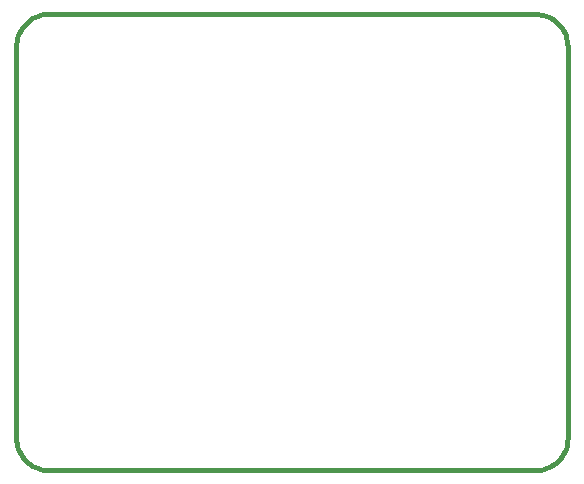
<source format=gbr>
G04 (created by PCBNEW-RS274X (2012-apr-16-27)-stable) date Sun 18 May 2014 21:07:07 BST*
G01*
G70*
G90*
%MOIN*%
G04 Gerber Fmt 3.4, Leading zero omitted, Abs format*
%FSLAX34Y34*%
G04 APERTURE LIST*
%ADD10C,0.006000*%
%ADD11C,0.015000*%
G04 APERTURE END LIST*
G54D10*
G54D11*
X82168Y-42655D02*
X81900Y-42655D01*
X83261Y-28521D02*
X83261Y-28569D01*
X81887Y-27447D02*
X82174Y-27447D01*
X83264Y-28544D02*
X83264Y-41565D01*
X81890Y-27448D02*
X65975Y-27448D01*
X81890Y-42655D02*
X65975Y-42655D01*
X64882Y-41562D02*
X64882Y-28551D01*
X65964Y-27447D02*
X65870Y-27452D01*
X65776Y-27464D01*
X65684Y-27484D01*
X65594Y-27513D01*
X65507Y-27549D01*
X65423Y-27593D01*
X65343Y-27643D01*
X65268Y-27701D01*
X65199Y-27765D01*
X65135Y-27834D01*
X65077Y-27909D01*
X65027Y-27989D01*
X64983Y-28073D01*
X64947Y-28160D01*
X64918Y-28250D01*
X64898Y-28342D01*
X64886Y-28436D01*
X64881Y-28530D01*
X83262Y-28531D02*
X83257Y-28437D01*
X83245Y-28343D01*
X83225Y-28251D01*
X83196Y-28161D01*
X83160Y-28074D01*
X83116Y-27990D01*
X83066Y-27910D01*
X83008Y-27835D01*
X82944Y-27766D01*
X82875Y-27702D01*
X82800Y-27644D01*
X82720Y-27594D01*
X82636Y-27550D01*
X82549Y-27514D01*
X82459Y-27485D01*
X82367Y-27465D01*
X82273Y-27453D01*
X82179Y-27448D01*
X82181Y-42655D02*
X82275Y-42650D01*
X82369Y-42638D01*
X82461Y-42618D01*
X82551Y-42589D01*
X82638Y-42553D01*
X82722Y-42509D01*
X82802Y-42459D01*
X82877Y-42401D01*
X82946Y-42337D01*
X83010Y-42268D01*
X83068Y-42193D01*
X83118Y-42113D01*
X83162Y-42029D01*
X83198Y-41942D01*
X83227Y-41852D01*
X83247Y-41760D01*
X83259Y-41666D01*
X83264Y-41572D01*
X64882Y-41572D02*
X64887Y-41666D01*
X64899Y-41760D01*
X64919Y-41852D01*
X64948Y-41942D01*
X64984Y-42029D01*
X65028Y-42113D01*
X65078Y-42193D01*
X65136Y-42268D01*
X65200Y-42337D01*
X65269Y-42401D01*
X65344Y-42459D01*
X65424Y-42509D01*
X65508Y-42553D01*
X65595Y-42589D01*
X65685Y-42618D01*
X65777Y-42638D01*
X65871Y-42650D01*
X65965Y-42655D01*
M02*

</source>
